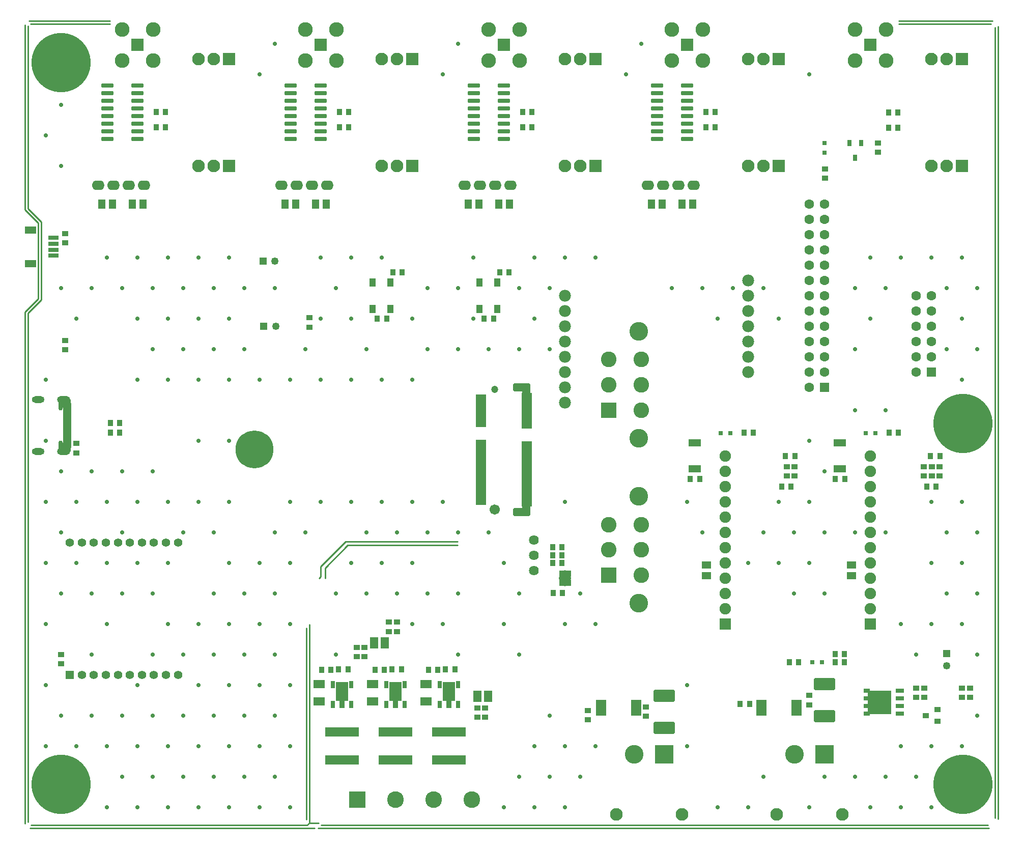
<source format=gts>
G04*
G04 #@! TF.GenerationSoftware,Altium Limited,Altium Designer,22.10.1 (41)*
G04*
G04 Layer_Color=8388736*
%FSLAX25Y25*%
%MOIN*%
G70*
G04*
G04 #@! TF.SameCoordinates,F9F3A06B-563E-4FCB-9898-75D578650021*
G04*
G04*
G04 #@! TF.FilePolarity,Negative*
G04*
G01*
G75*
%ADD14C,0.01000*%
%ADD33R,0.22441X0.06299*%
%ADD39R,0.03150X0.03150*%
%ADD41R,0.03150X0.03150*%
%ADD46R,0.05400X0.07600*%
%ADD47R,0.05400X0.29300*%
%ADD48R,0.04543X0.34008*%
%ADD49R,0.00591X0.10630*%
%ADD50R,0.08268X0.01378*%
%ADD51R,0.06526X0.23249*%
%ADD52R,0.05833X0.02800*%
%ADD53R,0.06524X0.42926*%
%ADD54R,0.06520X0.21295*%
%ADD55R,0.07800X0.05600*%
%ADD56R,0.04928X0.27960*%
%ADD57R,0.07800X0.10200*%
%ADD58R,0.06187X0.04770*%
%ADD59R,0.05400X0.02802*%
%ADD60R,0.04416X0.02802*%
%ADD61R,0.15394X0.15394*%
%ADD62R,0.04061X0.03825*%
G04:AMPARAMS|DCode=63|XSize=15.81mil|YSize=65.02mil|CornerRadius=2.89mil|HoleSize=0mil|Usage=FLASHONLY|Rotation=270.000|XOffset=0mil|YOffset=0mil|HoleType=Round|Shape=RoundedRectangle|*
%AMROUNDEDRECTD63*
21,1,0.01581,0.05925,0,0,270.0*
21,1,0.01004,0.06502,0,0,270.0*
1,1,0.00577,-0.02963,-0.00502*
1,1,0.00577,-0.02963,0.00502*
1,1,0.00577,0.02963,0.00502*
1,1,0.00577,0.02963,-0.00502*
%
%ADD63ROUNDEDRECTD63*%
G04:AMPARAMS|DCode=64|XSize=51.24mil|YSize=112.27mil|CornerRadius=5.54mil|HoleSize=0mil|Usage=FLASHONLY|Rotation=270.000|XOffset=0mil|YOffset=0mil|HoleType=Round|Shape=RoundedRectangle|*
%AMROUNDEDRECTD64*
21,1,0.05124,0.10118,0,0,270.0*
21,1,0.04016,0.11227,0,0,270.0*
1,1,0.01109,-0.05059,-0.02008*
1,1,0.01109,-0.05059,0.02008*
1,1,0.01109,0.05059,0.02008*
1,1,0.01109,0.05059,-0.02008*
%
%ADD64ROUNDEDRECTD64*%
%ADD65R,0.06512X0.02772*%
G04:AMPARAMS|DCode=66|XSize=81.56mil|YSize=27.23mil|CornerRadius=4.9mil|HoleSize=0mil|Usage=FLASHONLY|Rotation=0.000|XOffset=0mil|YOffset=0mil|HoleType=Round|Shape=RoundedRectangle|*
%AMROUNDEDRECTD66*
21,1,0.08156,0.01742,0,0,0.0*
21,1,0.07175,0.02723,0,0,0.0*
1,1,0.00981,0.03588,-0.00871*
1,1,0.00981,-0.03588,-0.00871*
1,1,0.00981,-0.03588,0.00871*
1,1,0.00981,0.03588,0.00871*
%
%ADD66ROUNDEDRECTD66*%
%ADD67R,0.03077X0.05124*%
%ADD68R,0.04337X0.05518*%
%ADD69R,0.03825X0.04061*%
G04:AMPARAMS|DCode=70|XSize=78.8mil|YSize=136.68mil|CornerRadius=4.62mil|HoleSize=0mil|Usage=FLASHONLY|Rotation=90.000|XOffset=0mil|YOffset=0mil|HoleType=Round|Shape=RoundedRectangle|*
%AMROUNDEDRECTD70*
21,1,0.07880,0.12744,0,0,90.0*
21,1,0.06957,0.13668,0,0,90.0*
1,1,0.00924,0.06372,0.03478*
1,1,0.00924,0.06372,-0.03478*
1,1,0.00924,-0.06372,-0.03478*
1,1,0.00924,-0.06372,0.03478*
%
%ADD70ROUNDEDRECTD70*%
%ADD71R,0.02762X0.04337*%
G04:AMPARAMS|DCode=72|XSize=49.28mil|YSize=19.75mil|CornerRadius=3.97mil|HoleSize=0mil|Usage=FLASHONLY|Rotation=0.000|XOffset=0mil|YOffset=0mil|HoleType=Round|Shape=RoundedRectangle|*
%AMROUNDEDRECTD72*
21,1,0.04928,0.01181,0,0,0.0*
21,1,0.04134,0.01975,0,0,0.0*
1,1,0.00794,0.02067,-0.00591*
1,1,0.00794,-0.02067,-0.00591*
1,1,0.00794,-0.02067,0.00591*
1,1,0.00794,0.02067,0.00591*
%
%ADD72ROUNDEDRECTD72*%
%ADD73R,0.06502X0.02762*%
%ADD74R,0.07487X0.05124*%
%ADD75R,0.04928X0.01581*%
%ADD76R,0.04928X0.02762*%
%ADD77R,0.03943X0.03550*%
%ADD78R,0.08077X0.04731*%
%ADD79R,0.03550X0.04337*%
%ADD80R,0.07487X0.05676*%
%ADD81R,0.04770X0.06187*%
%ADD82C,0.06400*%
%ADD83C,0.05512*%
%ADD84R,0.05512X0.05512*%
%ADD85C,0.24810*%
%ADD86C,0.04731*%
%ADD87C,0.06699*%
%ADD88O,0.08274X0.06306*%
%ADD89C,0.07800*%
%ADD90R,0.07487X0.07487*%
%ADD91C,0.07487*%
%ADD92R,0.04928X0.04928*%
%ADD93C,0.04928*%
%ADD94C,0.08274*%
%ADD95R,0.08274X0.08274*%
%ADD96C,0.06306*%
%ADD97R,0.06306X0.06306*%
%ADD98R,0.12211X0.12211*%
%ADD99C,0.12211*%
%ADD100C,0.10243*%
%ADD101C,0.10243*%
%ADD102R,0.10243X0.10243*%
%ADD103R,0.10912X0.10912*%
%ADD104C,0.10912*%
%ADD105R,0.04928X0.04928*%
%ADD106C,0.09646*%
%ADD107R,0.08465X0.08465*%
%ADD108C,0.02959*%
%ADD109O,0.08668X0.04534*%
%ADD110O,0.08274X0.04337*%
%ADD111C,0.38900*%
%ADD112C,0.02900*%
G36*
X237666Y121911D02*
X237704Y121899D01*
X237739Y121881D01*
X237769Y121856D01*
X237794Y121826D01*
X237813Y121791D01*
X237824Y121753D01*
X237828Y121714D01*
Y109706D01*
X237824Y109667D01*
X237813Y109629D01*
X237794Y109594D01*
X237769Y109564D01*
X237739Y109539D01*
X237704Y109520D01*
X237666Y109509D01*
X237627Y109505D01*
X235367D01*
Y104982D01*
X235364Y104942D01*
X235352Y104905D01*
X235333Y104870D01*
X235309Y104840D01*
X235278Y104815D01*
X235243Y104796D01*
X235206Y104785D01*
X235166Y104781D01*
X232489D01*
X232450Y104785D01*
X232412Y104796D01*
X232378Y104815D01*
X232347Y104840D01*
X232322Y104870D01*
X232304Y104905D01*
X232292Y104942D01*
X232288Y104982D01*
Y109505D01*
X230029D01*
X229989Y109509D01*
X229952Y109520D01*
X229917Y109539D01*
X229887Y109564D01*
X229861Y109594D01*
X229843Y109629D01*
X229832Y109667D01*
X229828Y109706D01*
Y121714D01*
X229832Y121753D01*
X229843Y121791D01*
X229861Y121826D01*
X229887Y121856D01*
X229917Y121881D01*
X229952Y121899D01*
X229989Y121911D01*
X230029Y121915D01*
X237627D01*
X237666Y121911D01*
D02*
G37*
G36*
X272666D02*
X272704Y121899D01*
X272739Y121881D01*
X272769Y121856D01*
X272794Y121826D01*
X272813Y121791D01*
X272824Y121753D01*
X272828Y121714D01*
Y109706D01*
X272824Y109667D01*
X272813Y109629D01*
X272794Y109594D01*
X272769Y109564D01*
X272739Y109539D01*
X272704Y109520D01*
X272666Y109509D01*
X272627Y109505D01*
X270367D01*
Y104982D01*
X270363Y104942D01*
X270352Y104905D01*
X270334Y104870D01*
X270308Y104840D01*
X270278Y104815D01*
X270243Y104796D01*
X270206Y104785D01*
X270166Y104781D01*
X267489D01*
X267450Y104785D01*
X267412Y104796D01*
X267378Y104815D01*
X267347Y104840D01*
X267322Y104870D01*
X267304Y104905D01*
X267292Y104942D01*
X267288Y104982D01*
Y109505D01*
X265029D01*
X264989Y109509D01*
X264952Y109520D01*
X264917Y109539D01*
X264886Y109564D01*
X264861Y109594D01*
X264843Y109629D01*
X264831Y109667D01*
X264828Y109706D01*
Y121714D01*
X264831Y121753D01*
X264843Y121791D01*
X264861Y121826D01*
X264886Y121856D01*
X264917Y121881D01*
X264952Y121899D01*
X264989Y121911D01*
X265029Y121915D01*
X272627D01*
X272666Y121911D01*
D02*
G37*
G36*
X307666D02*
X307704Y121899D01*
X307739Y121881D01*
X307769Y121856D01*
X307794Y121826D01*
X307813Y121791D01*
X307824Y121753D01*
X307828Y121714D01*
Y109706D01*
X307824Y109667D01*
X307813Y109629D01*
X307794Y109594D01*
X307769Y109564D01*
X307739Y109539D01*
X307704Y109520D01*
X307666Y109509D01*
X307627Y109505D01*
X305367D01*
Y104982D01*
X305363Y104942D01*
X305352Y104905D01*
X305333Y104870D01*
X305309Y104840D01*
X305278Y104815D01*
X305243Y104796D01*
X305206Y104785D01*
X305166Y104781D01*
X302489D01*
X302450Y104785D01*
X302412Y104796D01*
X302378Y104815D01*
X302347Y104840D01*
X302322Y104870D01*
X302304Y104905D01*
X302292Y104942D01*
X302288Y104982D01*
Y109505D01*
X300029D01*
X299989Y109509D01*
X299952Y109520D01*
X299917Y109539D01*
X299886Y109564D01*
X299862Y109594D01*
X299843Y109629D01*
X299832Y109667D01*
X299828Y109706D01*
Y121714D01*
X299832Y121753D01*
X299843Y121791D01*
X299862Y121826D01*
X299886Y121856D01*
X299917Y121881D01*
X299952Y121899D01*
X299989Y121911D01*
X300029Y121915D01*
X307627D01*
X307666Y121911D01*
D02*
G37*
D14*
X210800Y28300D02*
X212550Y29600D01*
X28300Y363522D02*
X37000Y372222D01*
Y423328D01*
X28300Y30200D02*
Y363522D01*
Y432028D02*
X37000Y423328D01*
X28300Y432028D02*
Y551522D01*
X29728Y552950D02*
X82000D01*
X210500Y31803D02*
Y157164D01*
X218106Y26300D02*
X657628D01*
X30200Y28300D02*
X210800D01*
X220200D02*
X656800D01*
X212550Y29600D02*
X218500D01*
X29372Y26300D02*
X215894D01*
X661500Y33000D02*
Y46271D01*
X663500Y32172D02*
Y39000D01*
X28899Y554950D02*
X82000D01*
X26300Y431200D02*
Y552351D01*
Y364351D02*
X35000Y373051D01*
Y422500D01*
X26300Y431200D02*
X35000Y422500D01*
X26300Y29372D02*
Y364351D01*
X212550Y29600D02*
Y159600D01*
X661536Y46308D02*
Y550464D01*
X663536Y39036D02*
Y551292D01*
X598500Y555000D02*
X659828D01*
X598500Y553000D02*
X659000D01*
X237435Y211435D02*
X309500D01*
X220000Y190836D02*
Y197551D01*
X236334Y213885D02*
X309500D01*
X218950Y189786D02*
X220000Y190836D01*
X222713Y196713D02*
X237435Y211435D01*
X222713Y189787D02*
Y196713D01*
X220000Y197551D02*
X236334Y213885D01*
D33*
X303999Y70748D02*
D03*
Y89252D02*
D03*
X268999Y70748D02*
D03*
Y89252D02*
D03*
X233999Y70748D02*
D03*
Y89252D02*
D03*
D39*
X576850Y285000D02*
D03*
X583150D02*
D03*
X548150Y135000D02*
D03*
X541850D02*
D03*
X481850Y285000D02*
D03*
X488150D02*
D03*
D41*
X550000Y475000D02*
D03*
Y468701D02*
D03*
D46*
X322504Y112559D02*
D03*
X329504D02*
D03*
X255004Y147441D02*
D03*
X262004D02*
D03*
D47*
X53700Y289950D02*
D03*
D48*
X53728Y289996D02*
D03*
D49*
X380000Y190000D02*
D03*
D50*
D03*
D51*
X354731Y299676D02*
D03*
D52*
X354366Y235736D02*
D03*
X354384Y312400D02*
D03*
D53*
X354715Y258331D02*
D03*
X324897Y259227D02*
D03*
D54*
X325006Y299685D02*
D03*
D55*
X51900Y304200D02*
D03*
Y275800D02*
D03*
D56*
X53721Y290000D02*
D03*
D57*
X380000Y190000D02*
D03*
D58*
X567500Y198543D02*
D03*
Y191457D02*
D03*
X472500Y198543D02*
D03*
Y191457D02*
D03*
D59*
X599012Y111100D02*
D03*
Y106100D02*
D03*
Y101100D02*
D03*
Y116100D02*
D03*
D60*
X577496D02*
D03*
Y111100D02*
D03*
Y106100D02*
D03*
Y101100D02*
D03*
D61*
X585783Y108600D02*
D03*
D62*
X50000Y140000D02*
D03*
Y133858D02*
D03*
X645037Y117897D02*
D03*
Y111755D02*
D03*
X639863Y111803D02*
D03*
Y117945D02*
D03*
X625163Y256803D02*
D03*
Y262945D02*
D03*
X620063Y256803D02*
D03*
Y262945D02*
D03*
X615063Y111803D02*
D03*
Y117945D02*
D03*
X614863Y256803D02*
D03*
Y262945D02*
D03*
X609863Y111803D02*
D03*
Y117945D02*
D03*
X585000Y475000D02*
D03*
Y468858D02*
D03*
X550063Y451803D02*
D03*
Y457945D02*
D03*
X530163Y256803D02*
D03*
Y262945D02*
D03*
X525063Y256803D02*
D03*
Y262945D02*
D03*
X394937Y103197D02*
D03*
Y97055D02*
D03*
X327500Y98858D02*
D03*
Y105000D02*
D03*
X322437Y104997D02*
D03*
Y98855D02*
D03*
X270000Y161142D02*
D03*
Y155000D02*
D03*
X264663Y155003D02*
D03*
Y161145D02*
D03*
X248563Y138503D02*
D03*
Y144645D02*
D03*
X243489Y144689D02*
D03*
Y138547D02*
D03*
X212563Y354303D02*
D03*
Y360445D02*
D03*
X540000Y113071D02*
D03*
Y106929D02*
D03*
X433000Y105571D02*
D03*
Y99429D02*
D03*
X60000Y278071D02*
D03*
Y271929D02*
D03*
X52500Y409429D02*
D03*
Y415571D02*
D03*
Y345571D02*
D03*
Y339429D02*
D03*
D63*
X325000Y299685D02*
D03*
Y301654D02*
D03*
Y303622D02*
D03*
Y305591D02*
D03*
Y307559D02*
D03*
Y309528D02*
D03*
X354724Y310512D02*
D03*
Y308543D02*
D03*
Y306575D02*
D03*
Y304606D02*
D03*
Y302638D02*
D03*
Y300669D02*
D03*
Y298701D02*
D03*
X325000Y297716D02*
D03*
X354724Y296732D02*
D03*
X325000Y295748D02*
D03*
X354724Y294764D02*
D03*
X325000Y293779D02*
D03*
X354724Y292795D02*
D03*
X325000Y291811D02*
D03*
X354724Y290827D02*
D03*
X325000Y289843D02*
D03*
X354724Y288858D02*
D03*
X325000Y280000D02*
D03*
X354724Y279016D02*
D03*
X325000Y278031D02*
D03*
X354724Y277047D02*
D03*
X325000Y276063D02*
D03*
X354724Y275079D02*
D03*
X325000Y274095D02*
D03*
X354724Y273110D02*
D03*
X325000Y272126D02*
D03*
X354724Y271142D02*
D03*
X325000Y270158D02*
D03*
X354724Y269173D02*
D03*
X325000Y268189D02*
D03*
X354724Y267205D02*
D03*
X325000Y266220D02*
D03*
X354724Y265236D02*
D03*
X325000Y264252D02*
D03*
X354724Y263268D02*
D03*
X325000Y262283D02*
D03*
X354724Y261299D02*
D03*
X325000Y260315D02*
D03*
X354724Y259331D02*
D03*
X325000Y258347D02*
D03*
X354724Y257362D02*
D03*
X325000Y256378D02*
D03*
X354724Y255394D02*
D03*
X325000Y254410D02*
D03*
X354724Y253425D02*
D03*
X325000Y252441D02*
D03*
X354724Y251457D02*
D03*
X325000Y250472D02*
D03*
X354724Y249488D02*
D03*
X325000Y248504D02*
D03*
X354724Y247520D02*
D03*
X325000Y246535D02*
D03*
X354724Y245551D02*
D03*
X325000Y244567D02*
D03*
X354724Y243583D02*
D03*
X325000Y242598D02*
D03*
X354724Y241614D02*
D03*
X325000Y240630D02*
D03*
X354724Y239646D02*
D03*
X325000Y238661D02*
D03*
X354724Y237677D02*
D03*
D64*
X351673Y314843D02*
D03*
Y233347D02*
D03*
D65*
X508386Y101161D02*
D03*
Y108839D02*
D03*
Y106280D02*
D03*
Y103720D02*
D03*
X531614Y108839D02*
D03*
Y106280D02*
D03*
Y103720D02*
D03*
Y101161D02*
D03*
X403386D02*
D03*
Y108839D02*
D03*
Y106280D02*
D03*
Y103720D02*
D03*
X426614Y108839D02*
D03*
Y106280D02*
D03*
Y103720D02*
D03*
Y101161D02*
D03*
D66*
X440256Y512500D02*
D03*
Y507500D02*
D03*
Y502500D02*
D03*
Y497500D02*
D03*
Y492500D02*
D03*
Y487500D02*
D03*
Y482500D02*
D03*
Y477500D02*
D03*
X459744D02*
D03*
Y482500D02*
D03*
Y487500D02*
D03*
Y492500D02*
D03*
Y497500D02*
D03*
Y502500D02*
D03*
Y507500D02*
D03*
Y512500D02*
D03*
X320256D02*
D03*
Y507500D02*
D03*
Y502500D02*
D03*
Y497500D02*
D03*
Y492500D02*
D03*
Y487500D02*
D03*
Y482500D02*
D03*
Y477500D02*
D03*
X339744D02*
D03*
Y482500D02*
D03*
Y487500D02*
D03*
Y492500D02*
D03*
Y497500D02*
D03*
Y502500D02*
D03*
Y507500D02*
D03*
Y512500D02*
D03*
X200256D02*
D03*
Y507500D02*
D03*
Y502500D02*
D03*
Y497500D02*
D03*
Y492500D02*
D03*
Y487500D02*
D03*
Y482500D02*
D03*
Y477500D02*
D03*
X219744D02*
D03*
Y482500D02*
D03*
Y487500D02*
D03*
Y492500D02*
D03*
Y497500D02*
D03*
Y502500D02*
D03*
Y507500D02*
D03*
Y512500D02*
D03*
X80256D02*
D03*
Y507500D02*
D03*
Y502500D02*
D03*
Y497500D02*
D03*
Y492500D02*
D03*
Y487500D02*
D03*
Y482500D02*
D03*
Y477500D02*
D03*
X99744D02*
D03*
Y482500D02*
D03*
Y487500D02*
D03*
Y492500D02*
D03*
Y497500D02*
D03*
Y502500D02*
D03*
Y507500D02*
D03*
Y512500D02*
D03*
D67*
X297922Y120336D02*
D03*
X309733D02*
D03*
Y107344D02*
D03*
X297922D02*
D03*
X262922Y120336D02*
D03*
X274733D02*
D03*
Y107344D02*
D03*
X262922D02*
D03*
X227922Y120336D02*
D03*
X239733D02*
D03*
Y107344D02*
D03*
X227922D02*
D03*
D68*
X323701Y366339D02*
D03*
X335512Y383661D02*
D03*
X323701D02*
D03*
X335512Y366339D02*
D03*
X253701D02*
D03*
X265512Y383661D02*
D03*
X253701D02*
D03*
X265512Y366339D02*
D03*
D69*
X619303Y269937D02*
D03*
X625445D02*
D03*
X616803Y249937D02*
D03*
X622945D02*
D03*
X598197Y285063D02*
D03*
X592055D02*
D03*
X591803Y494937D02*
D03*
X597945D02*
D03*
X591803Y484937D02*
D03*
X597945D02*
D03*
X556803Y134937D02*
D03*
X562945D02*
D03*
X562897Y140063D02*
D03*
X556755D02*
D03*
X526803Y134937D02*
D03*
X532945D02*
D03*
X521803Y249937D02*
D03*
X527945D02*
D03*
X524303Y269937D02*
D03*
X530445D02*
D03*
X500697Y107563D02*
D03*
X494555D02*
D03*
X503197Y285063D02*
D03*
X497055D02*
D03*
X478197Y485063D02*
D03*
X472055D02*
D03*
X478197Y495063D02*
D03*
X472055D02*
D03*
X378197Y180063D02*
D03*
X372055D02*
D03*
X371803Y199837D02*
D03*
X377945D02*
D03*
X371803Y204937D02*
D03*
X377945D02*
D03*
X371803Y210137D02*
D03*
X377945D02*
D03*
X358197Y485063D02*
D03*
X352055D02*
D03*
X358197Y495063D02*
D03*
X352055D02*
D03*
X343197Y390063D02*
D03*
X337055D02*
D03*
X307697Y130063D02*
D03*
X301555D02*
D03*
X273197Y390063D02*
D03*
X267055D02*
D03*
X272697Y130063D02*
D03*
X266555D02*
D03*
X238197Y485063D02*
D03*
X232055D02*
D03*
X238197Y495063D02*
D03*
X232055D02*
D03*
X237697Y130063D02*
D03*
X231555D02*
D03*
X118197Y485063D02*
D03*
X112055D02*
D03*
X118197Y495063D02*
D03*
X112055D02*
D03*
X88197Y285063D02*
D03*
X82055D02*
D03*
X88197Y291563D02*
D03*
X82055D02*
D03*
X563071Y255000D02*
D03*
X556929D02*
D03*
X468071D02*
D03*
X461929D02*
D03*
X333071Y360000D02*
D03*
X326929D02*
D03*
X296571Y130000D02*
D03*
X290429D02*
D03*
X263071Y360000D02*
D03*
X256929D02*
D03*
X261571Y130000D02*
D03*
X255429D02*
D03*
X226571D02*
D03*
X220429D02*
D03*
D70*
X550000Y120472D02*
D03*
Y99528D02*
D03*
X445000Y92028D02*
D03*
Y112972D02*
D03*
D71*
X573740Y474724D02*
D03*
X566260D02*
D03*
X570000Y465276D02*
D03*
D72*
X322500Y115118D02*
D03*
Y112559D02*
D03*
Y110000D02*
D03*
X329508D02*
D03*
Y112559D02*
D03*
Y115118D02*
D03*
X255000Y150000D02*
D03*
Y147441D02*
D03*
Y144882D02*
D03*
X262008D02*
D03*
Y147441D02*
D03*
Y150000D02*
D03*
D73*
X45000Y401063D02*
D03*
Y405000D02*
D03*
Y408937D02*
D03*
Y412874D02*
D03*
D74*
X29744Y417992D02*
D03*
Y395945D02*
D03*
D75*
X53720Y296890D02*
D03*
Y294921D02*
D03*
Y292953D02*
D03*
Y283110D02*
D03*
Y285079D02*
D03*
Y287047D02*
D03*
Y290984D02*
D03*
Y289016D02*
D03*
D76*
Y280551D02*
D03*
Y299449D02*
D03*
Y277402D02*
D03*
Y302598D02*
D03*
D77*
X623937Y96260D02*
D03*
Y103740D02*
D03*
X616063Y100000D02*
D03*
D78*
X560000Y278465D02*
D03*
Y261535D02*
D03*
X465000Y278465D02*
D03*
Y261535D02*
D03*
D79*
X382165Y187047D02*
D03*
X377835D02*
D03*
X382165Y192953D02*
D03*
X377835D02*
D03*
D80*
X288999Y109370D02*
D03*
Y120630D02*
D03*
X253999Y109370D02*
D03*
Y120630D02*
D03*
X218999Y109370D02*
D03*
Y120630D02*
D03*
D81*
X456457Y435000D02*
D03*
X463543D02*
D03*
X443543D02*
D03*
X436457D02*
D03*
X336457D02*
D03*
X343543D02*
D03*
X323543D02*
D03*
X316457D02*
D03*
X216457D02*
D03*
X223543D02*
D03*
X203543D02*
D03*
X196457D02*
D03*
X96457D02*
D03*
X103543D02*
D03*
X83543D02*
D03*
X76457D02*
D03*
D82*
X359500Y215000D02*
D03*
Y205000D02*
D03*
Y195000D02*
D03*
D83*
X55551Y213307D02*
D03*
X63425D02*
D03*
X71299D02*
D03*
X79173D02*
D03*
X87047D02*
D03*
X94921D02*
D03*
X102795D02*
D03*
X110669D02*
D03*
X118543D02*
D03*
X126417D02*
D03*
Y126693D02*
D03*
X118543D02*
D03*
X110669D02*
D03*
X102795D02*
D03*
X94921D02*
D03*
X87047D02*
D03*
X79173D02*
D03*
X71299D02*
D03*
X63425D02*
D03*
D84*
X55551D02*
D03*
D85*
X176476Y274095D02*
D03*
D86*
X333957Y313465D02*
D03*
D87*
Y234724D02*
D03*
D88*
X464252Y447126D02*
D03*
X454252D02*
D03*
X444252D02*
D03*
X434252D02*
D03*
X344252D02*
D03*
X334252D02*
D03*
X324252D02*
D03*
X314252D02*
D03*
X224252D02*
D03*
X214252D02*
D03*
X204252D02*
D03*
X194252D02*
D03*
X104252D02*
D03*
X94252D02*
D03*
X84252D02*
D03*
X74252D02*
D03*
D89*
X380000Y305000D02*
D03*
X500000Y385000D02*
D03*
Y375000D02*
D03*
Y365000D02*
D03*
Y355000D02*
D03*
Y345000D02*
D03*
Y335000D02*
D03*
Y325000D02*
D03*
X380000Y365000D02*
D03*
Y355000D02*
D03*
Y345000D02*
D03*
Y335000D02*
D03*
Y325000D02*
D03*
Y315000D02*
D03*
Y375000D02*
D03*
D90*
X580000Y160000D02*
D03*
X485000D02*
D03*
D91*
X580000Y170000D02*
D03*
Y180000D02*
D03*
Y190000D02*
D03*
Y200000D02*
D03*
Y210000D02*
D03*
Y220000D02*
D03*
Y230000D02*
D03*
Y240000D02*
D03*
Y250000D02*
D03*
Y260000D02*
D03*
Y270000D02*
D03*
X485000Y170000D02*
D03*
Y180000D02*
D03*
Y190000D02*
D03*
Y200000D02*
D03*
Y210000D02*
D03*
Y220000D02*
D03*
Y230000D02*
D03*
Y240000D02*
D03*
Y250000D02*
D03*
Y260000D02*
D03*
Y270000D02*
D03*
D92*
X630000Y140402D02*
D03*
D93*
Y132500D02*
D03*
X190000Y397500D02*
D03*
X190402Y355000D02*
D03*
D94*
X620000Y460000D02*
D03*
X630000D02*
D03*
X620000Y530000D02*
D03*
X630000D02*
D03*
X518347Y35157D02*
D03*
X561654D02*
D03*
X500000Y460000D02*
D03*
X510000D02*
D03*
X500000Y530000D02*
D03*
X510000D02*
D03*
X413346Y35157D02*
D03*
X456653D02*
D03*
X380000Y460000D02*
D03*
X390000D02*
D03*
X380000Y530000D02*
D03*
X390000D02*
D03*
X260000Y460000D02*
D03*
X270000D02*
D03*
X260000Y530000D02*
D03*
X270000D02*
D03*
X140000Y460000D02*
D03*
X150000D02*
D03*
X140000Y530000D02*
D03*
X150000D02*
D03*
D95*
X640000Y460000D02*
D03*
Y530000D02*
D03*
X520000Y460000D02*
D03*
Y530000D02*
D03*
X400000Y460000D02*
D03*
Y530000D02*
D03*
X280000Y460000D02*
D03*
Y530000D02*
D03*
X160000Y460000D02*
D03*
Y530000D02*
D03*
D96*
X610000Y375000D02*
D03*
X620000D02*
D03*
X610000Y365000D02*
D03*
X620000D02*
D03*
X610000Y355000D02*
D03*
X620000D02*
D03*
X610000Y345000D02*
D03*
X620000D02*
D03*
X610000Y335000D02*
D03*
X620000D02*
D03*
X610000Y325000D02*
D03*
X540000Y315000D02*
D03*
X550000Y325000D02*
D03*
X540000D02*
D03*
X550000Y335000D02*
D03*
X540000D02*
D03*
X550000Y345000D02*
D03*
X540000D02*
D03*
X550000Y355000D02*
D03*
X540000D02*
D03*
X550000Y365000D02*
D03*
X540000D02*
D03*
X550000Y375000D02*
D03*
X540000D02*
D03*
X550000Y385000D02*
D03*
X540000D02*
D03*
X550000Y395000D02*
D03*
X540000D02*
D03*
X550000Y405000D02*
D03*
X540000D02*
D03*
X550000Y415000D02*
D03*
X540000D02*
D03*
X550000Y425000D02*
D03*
X540000D02*
D03*
X550000Y435000D02*
D03*
X540000D02*
D03*
D97*
X620000Y325000D02*
D03*
X550000Y315000D02*
D03*
D98*
X549843Y74528D02*
D03*
X444842D02*
D03*
D99*
X530158D02*
D03*
X425157D02*
D03*
X428189Y243504D02*
D03*
Y173425D02*
D03*
Y351575D02*
D03*
Y281496D02*
D03*
D100*
X430000Y225000D02*
D03*
X408347D02*
D03*
X430000Y208465D02*
D03*
Y191929D02*
D03*
Y333071D02*
D03*
X408347D02*
D03*
X430000Y316535D02*
D03*
Y300000D02*
D03*
D101*
X408347Y208465D02*
D03*
Y316535D02*
D03*
D102*
Y191929D02*
D03*
Y300000D02*
D03*
D103*
X243999Y45000D02*
D03*
D104*
X268999D02*
D03*
X293999D02*
D03*
X318999D02*
D03*
D105*
X182098Y397500D02*
D03*
X182500Y355000D02*
D03*
D106*
X590138Y528917D02*
D03*
X569862D02*
D03*
X590138Y549193D02*
D03*
X569862D02*
D03*
X470138Y528917D02*
D03*
X449862D02*
D03*
X470138Y549193D02*
D03*
X449862D02*
D03*
X350138Y528917D02*
D03*
X329862D02*
D03*
X350138Y549193D02*
D03*
X329862D02*
D03*
X230138Y528917D02*
D03*
X209862D02*
D03*
X230138Y549193D02*
D03*
X209862D02*
D03*
X110138Y528917D02*
D03*
X89862D02*
D03*
X110138Y549193D02*
D03*
X89862D02*
D03*
D107*
X580000Y539055D02*
D03*
X460000D02*
D03*
X340000D02*
D03*
X220000D02*
D03*
X100000D02*
D03*
D108*
X49488Y301378D02*
D03*
Y278622D02*
D03*
D109*
X51457Y272992D02*
D03*
Y307008D02*
D03*
D110*
X35000Y272992D02*
D03*
Y307008D02*
D03*
D111*
X640551Y291220D02*
D03*
X640551Y55000D02*
D03*
X50000D02*
D03*
Y527441D02*
D03*
D112*
X240000Y200000D02*
D03*
X640000Y400000D02*
D03*
X650000Y380000D02*
D03*
X640000Y360000D02*
D03*
X650000Y340000D02*
D03*
X640000Y320000D02*
D03*
Y240000D02*
D03*
X650000Y220000D02*
D03*
X640000Y200000D02*
D03*
X650000Y180000D02*
D03*
X640000Y160000D02*
D03*
X650000Y140000D02*
D03*
Y100000D02*
D03*
X640000Y80000D02*
D03*
X620000Y400000D02*
D03*
X630000Y380000D02*
D03*
Y340000D02*
D03*
X620000Y240000D02*
D03*
X630000Y220000D02*
D03*
X620000Y200000D02*
D03*
X630000Y180000D02*
D03*
X620000Y160000D02*
D03*
Y80000D02*
D03*
Y40000D02*
D03*
X600000Y400000D02*
D03*
Y160000D02*
D03*
X610000Y140000D02*
D03*
X600000Y80000D02*
D03*
X610000Y60000D02*
D03*
X600000Y40000D02*
D03*
X580000Y400000D02*
D03*
X590000Y380000D02*
D03*
X580000Y360000D02*
D03*
X590000Y300000D02*
D03*
Y220000D02*
D03*
Y60000D02*
D03*
X580000Y40000D02*
D03*
X570000Y380000D02*
D03*
Y340000D02*
D03*
Y300000D02*
D03*
Y220000D02*
D03*
Y60000D02*
D03*
X540000Y520000D02*
D03*
Y280000D02*
D03*
X550000Y260000D02*
D03*
X540000Y240000D02*
D03*
X550000Y220000D02*
D03*
X540000Y200000D02*
D03*
X550000Y180000D02*
D03*
Y60000D02*
D03*
X540000Y40000D02*
D03*
X520000Y360000D02*
D03*
Y240000D02*
D03*
X530000Y220000D02*
D03*
X520000Y200000D02*
D03*
X530000Y180000D02*
D03*
X510000Y380000D02*
D03*
Y220000D02*
D03*
X500000Y200000D02*
D03*
X510000Y60000D02*
D03*
X500000Y40000D02*
D03*
X490000Y380000D02*
D03*
X480000Y360000D02*
D03*
Y40000D02*
D03*
X470000Y380000D02*
D03*
X460000Y240000D02*
D03*
X470000Y220000D02*
D03*
X460000Y120000D02*
D03*
Y80000D02*
D03*
X450000Y380000D02*
D03*
X430000Y540000D02*
D03*
X420000Y520000D02*
D03*
X400000Y400000D02*
D03*
Y160000D02*
D03*
Y80000D02*
D03*
X380000Y400000D02*
D03*
Y240000D02*
D03*
X390000Y180000D02*
D03*
X380000Y160000D02*
D03*
Y80000D02*
D03*
X390000Y60000D02*
D03*
X380000Y40000D02*
D03*
X360000Y400000D02*
D03*
X370000Y380000D02*
D03*
X360000Y360000D02*
D03*
X370000Y340000D02*
D03*
Y100000D02*
D03*
X360000Y80000D02*
D03*
X370000Y60000D02*
D03*
X360000Y40000D02*
D03*
X350000Y380000D02*
D03*
Y340000D02*
D03*
X340000Y200000D02*
D03*
X350000Y180000D02*
D03*
X340000Y160000D02*
D03*
X350000Y140000D02*
D03*
Y60000D02*
D03*
X340000Y40000D02*
D03*
X320000Y400000D02*
D03*
Y360000D02*
D03*
X330000Y340000D02*
D03*
Y220000D02*
D03*
X310000Y540000D02*
D03*
X300000Y520000D02*
D03*
X310000Y380000D02*
D03*
Y340000D02*
D03*
X300000Y240000D02*
D03*
X310000Y220000D02*
D03*
Y180000D02*
D03*
X300000Y160000D02*
D03*
X310000Y140000D02*
D03*
X290000Y380000D02*
D03*
X280000Y360000D02*
D03*
X290000Y340000D02*
D03*
X280000Y320000D02*
D03*
Y240000D02*
D03*
X290000Y220000D02*
D03*
X280000Y200000D02*
D03*
X290000Y180000D02*
D03*
X280000Y160000D02*
D03*
X260000Y400000D02*
D03*
Y320000D02*
D03*
Y240000D02*
D03*
X270000Y220000D02*
D03*
X260000Y200000D02*
D03*
X270000Y180000D02*
D03*
X240000Y400000D02*
D03*
Y360000D02*
D03*
X250000Y340000D02*
D03*
X240000Y320000D02*
D03*
Y240000D02*
D03*
X250000Y220000D02*
D03*
Y180000D02*
D03*
X220000Y400000D02*
D03*
X230000Y380000D02*
D03*
X220000Y360000D02*
D03*
Y320000D02*
D03*
Y240000D02*
D03*
X230000Y180000D02*
D03*
Y140000D02*
D03*
X210000Y340000D02*
D03*
X200000Y320000D02*
D03*
Y240000D02*
D03*
X210000Y220000D02*
D03*
X200000Y200000D02*
D03*
Y160000D02*
D03*
Y120000D02*
D03*
Y80000D02*
D03*
Y40000D02*
D03*
X190000Y540000D02*
D03*
X180000Y520000D02*
D03*
X190000Y380000D02*
D03*
X180000Y320000D02*
D03*
X190000Y220000D02*
D03*
X180000Y200000D02*
D03*
X190000Y180000D02*
D03*
X180000Y160000D02*
D03*
X190000Y140000D02*
D03*
X180000Y120000D02*
D03*
X190000Y100000D02*
D03*
X180000Y80000D02*
D03*
X190000Y60000D02*
D03*
X180000Y40000D02*
D03*
X160000Y400000D02*
D03*
X170000Y380000D02*
D03*
X160000Y360000D02*
D03*
X170000Y340000D02*
D03*
X160000Y320000D02*
D03*
Y280000D02*
D03*
Y240000D02*
D03*
Y200000D02*
D03*
X170000Y180000D02*
D03*
X160000Y160000D02*
D03*
X170000Y140000D02*
D03*
X160000Y120000D02*
D03*
X170000Y100000D02*
D03*
X160000Y80000D02*
D03*
X170000Y60000D02*
D03*
X160000Y40000D02*
D03*
X140000Y400000D02*
D03*
X150000Y380000D02*
D03*
X140000Y360000D02*
D03*
X150000Y340000D02*
D03*
X140000Y320000D02*
D03*
Y280000D02*
D03*
Y240000D02*
D03*
X150000Y220000D02*
D03*
Y180000D02*
D03*
X140000Y160000D02*
D03*
X150000Y140000D02*
D03*
X140000Y120000D02*
D03*
X150000Y100000D02*
D03*
X140000Y80000D02*
D03*
X150000Y60000D02*
D03*
X140000Y40000D02*
D03*
X120000Y400000D02*
D03*
X130000Y380000D02*
D03*
X120000Y360000D02*
D03*
X130000Y340000D02*
D03*
X120000Y320000D02*
D03*
Y240000D02*
D03*
X130000Y220000D02*
D03*
X120000Y200000D02*
D03*
Y160000D02*
D03*
X130000Y140000D02*
D03*
Y100000D02*
D03*
X120000Y80000D02*
D03*
X130000Y60000D02*
D03*
X120000Y40000D02*
D03*
X100000Y400000D02*
D03*
X110000Y380000D02*
D03*
X100000Y360000D02*
D03*
X110000Y340000D02*
D03*
X100000Y320000D02*
D03*
X110000Y260000D02*
D03*
X100000Y240000D02*
D03*
Y200000D02*
D03*
X110000Y180000D02*
D03*
Y140000D02*
D03*
X100000Y120000D02*
D03*
X110000Y100000D02*
D03*
X100000Y80000D02*
D03*
X110000Y60000D02*
D03*
X100000Y40000D02*
D03*
X80000Y400000D02*
D03*
X90000Y380000D02*
D03*
Y260000D02*
D03*
X80000Y240000D02*
D03*
X90000Y220000D02*
D03*
X80000Y200000D02*
D03*
X90000Y180000D02*
D03*
X80000Y160000D02*
D03*
X90000Y100000D02*
D03*
X80000Y80000D02*
D03*
X90000Y60000D02*
D03*
X80000Y40000D02*
D03*
X70000Y380000D02*
D03*
X60000Y360000D02*
D03*
X70000Y260000D02*
D03*
X60000Y240000D02*
D03*
Y200000D02*
D03*
X70000Y180000D02*
D03*
Y140000D02*
D03*
Y100000D02*
D03*
X60000Y80000D02*
D03*
X50000Y500000D02*
D03*
X40000Y480000D02*
D03*
X50000Y460000D02*
D03*
Y380000D02*
D03*
X40000Y320000D02*
D03*
Y280000D02*
D03*
X50000Y260000D02*
D03*
X40000Y240000D02*
D03*
X50000Y220000D02*
D03*
X40000Y200000D02*
D03*
X50000Y180000D02*
D03*
X40000Y160000D02*
D03*
Y120000D02*
D03*
X50000Y100000D02*
D03*
X40000Y80000D02*
D03*
M02*

</source>
